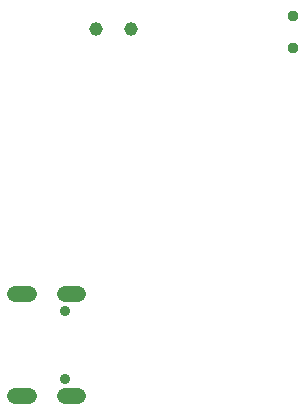
<source format=gbs>
G04 EAGLE Gerber RS-274X export*
G75*
%MOMM*%
%FSLAX34Y34*%
%LPD*%
%INSoldermask Bottom*%
%IPPOS*%
%AMOC8*
5,1,8,0,0,1.08239X$1,22.5*%
G01*
%ADD10C,1.153200*%
%ADD11C,1.361200*%
%ADD12C,0.903200*%
%ADD13C,0.953200*%


D10*
X117607Y377241D03*
X87607Y377241D03*
D11*
X73090Y152700D02*
X61510Y152700D01*
X61510Y66300D02*
X73090Y66300D01*
X31290Y152700D02*
X19710Y152700D01*
X19710Y66300D02*
X31290Y66300D01*
D12*
X62000Y138400D03*
X62000Y80600D03*
D13*
X254400Y388350D03*
X254400Y360850D03*
M02*

</source>
